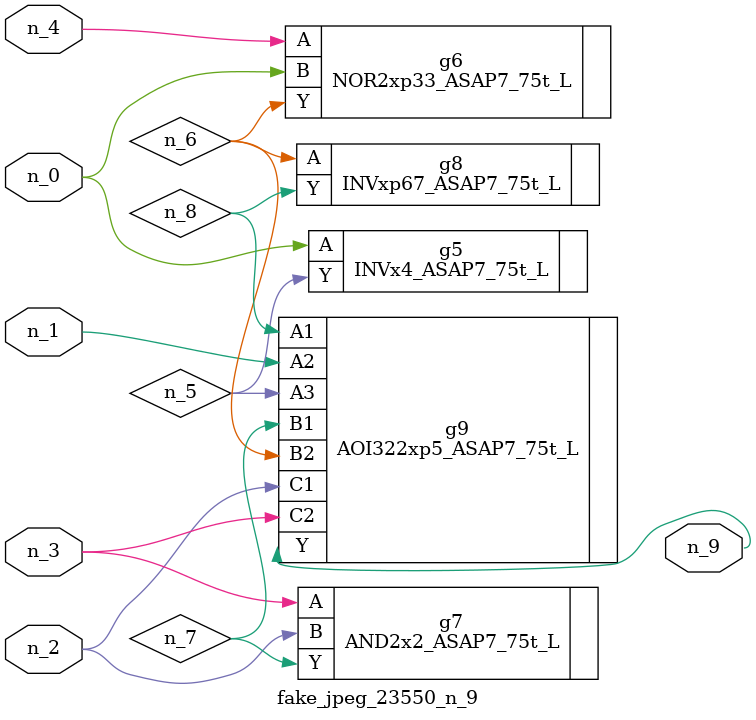
<source format=v>
module fake_jpeg_23550_n_9 (n_3, n_2, n_1, n_0, n_4, n_9);

input n_3;
input n_2;
input n_1;
input n_0;
input n_4;

output n_9;

wire n_8;
wire n_6;
wire n_5;
wire n_7;

INVx4_ASAP7_75t_L g5 ( 
.A(n_0),
.Y(n_5)
);

NOR2xp33_ASAP7_75t_L g6 ( 
.A(n_4),
.B(n_0),
.Y(n_6)
);

AND2x2_ASAP7_75t_L g7 ( 
.A(n_3),
.B(n_2),
.Y(n_7)
);

INVxp67_ASAP7_75t_L g8 ( 
.A(n_6),
.Y(n_8)
);

AOI322xp5_ASAP7_75t_L g9 ( 
.A1(n_8),
.A2(n_1),
.A3(n_5),
.B1(n_7),
.B2(n_6),
.C1(n_2),
.C2(n_3),
.Y(n_9)
);


endmodule
</source>
